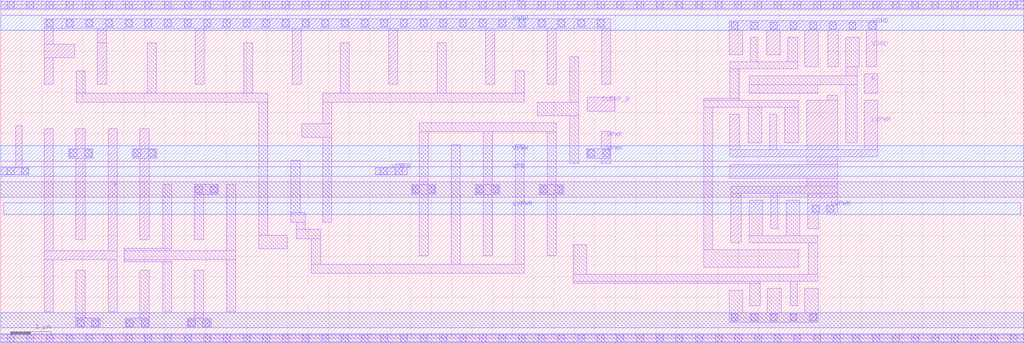
<source format=lef>
# Copyright 2020 The SkyWater PDK Authors
#
# Licensed under the Apache License, Version 2.0 (the "License");
# you may not use this file except in compliance with the License.
# You may obtain a copy of the License at
#
#     https://www.apache.org/licenses/LICENSE-2.0
#
# Unless required by applicable law or agreed to in writing, software
# distributed under the License is distributed on an "AS IS" BASIS,
# WITHOUT WARRANTIES OR CONDITIONS OF ANY KIND, either express or implied.
# See the License for the specific language governing permissions and
# limitations under the License.
#
# SPDX-License-Identifier: Apache-2.0

VERSION 5.7 ;
  NAMESCASESENSITIVE ON ;
  NOWIREEXTENSIONATPIN ON ;
  DIVIDERCHAR "/" ;
  BUSBITCHARS "[]" ;
UNITS
  DATABASE MICRONS 200 ;
END UNITS
MACRO sky130_fd_sc_hvl__lsbuflv2hv_clkiso_hlkg_3
  CLASS CORE ;
  SOURCE USER ;
  FOREIGN sky130_fd_sc_hvl__lsbuflv2hv_clkiso_hlkg_3 ;
  ORIGIN  0.000000  0.000000 ;
  SIZE  24.96000 BY  8.140000 ;
  SYMMETRY X Y R90 ;
  SITE unithv ;
  PIN A
    ANTENNAGATEAREA  0.558000 ;
    DIRECTION INPUT ;
    USE SIGNAL ;
    PORT
      LAYER li1 ;
        RECT 21.070000 5.975000 21.400000 6.455000 ;
    END
  END A
  PIN SLEEP_B
    ANTENNAGATEAREA  0.750000 ;
    DIRECTION INPUT ;
    USE SIGNAL ;
    PORT
      LAYER li1 ;
        RECT 14.315000 5.545000 14.985000 5.875000 ;
    END
  END SLEEP_B
  PIN X
    ANTENNADIFFAREA  2.180000 ;
    DIRECTION OUTPUT ;
    USE SIGNAL ;
    PORT
      LAYER li1 ;
        RECT 1.060000 0.645000 1.280000 1.920000 ;
        RECT 1.060000 1.920000 2.840000 2.140000 ;
        RECT 1.060000 2.140000 1.280000 5.115000 ;
        RECT 2.620000 0.645000 2.840000 1.920000 ;
        RECT 2.620000 2.140000 2.840000 5.115000 ;
    END
  END X
  PIN LVPWR
    DIRECTION INOUT ;
    USE POWER ;
    PORT
      LAYER li1 ;
        RECT 17.785000 4.435000 21.400000 4.605000 ;
        RECT 17.785000 4.605000 18.035000 5.465000 ;
        RECT 17.795000 3.905000 20.420000 4.235000 ;
        RECT 17.815000 2.335000 18.065000 3.535000 ;
        RECT 17.815000 3.535000 20.420000 3.705000 ;
        RECT 18.765000 4.605000 18.935000 5.465000 ;
        RECT 18.795000 2.675000 18.965000 3.535000 ;
        RECT 19.665000 3.705000 20.420000 3.905000 ;
        RECT 19.665000 4.235000 20.420000 4.435000 ;
        RECT 19.665000 4.605000 20.420000 5.805000 ;
        RECT 19.695000 2.675000 19.945000 3.020000 ;
        RECT 19.695000 3.020000 20.420000 3.535000 ;
        RECT 20.170000 5.805000 20.420000 5.935000 ;
        RECT 21.070000 4.605000 21.400000 5.805000 ;
      LAYER mcon ;
        RECT 19.800000 3.070000 19.970000 3.240000 ;
        RECT 20.160000 3.070000 20.330000 3.240000 ;
      LAYER met1 ;
        RECT 0.070000 3.020000 24.890000 3.305000 ;
    END
  END LVPWR
  PIN VGND
    DIRECTION INOUT ;
    USE GROUND ;
    PORT
      LAYER li1 ;
        RECT  1.060000 6.195000  1.280000 6.850000 ;
        RECT  1.060000 6.850000  1.810000 7.180000 ;
        RECT  1.060000 7.180000  1.280000 7.570000 ;
        RECT  1.060000 7.570000 14.885000 7.800000 ;
        RECT  2.360000 6.195000  2.585000 7.205000 ;
        RECT  2.360000 7.205000  2.580000 7.570000 ;
        RECT  4.750000 6.195000  4.970000 7.570000 ;
        RECT  7.110000 6.195000  7.330000 7.570000 ;
        RECT  9.470000 6.195000  9.690000 7.570000 ;
        RECT 11.830000 6.195000 12.050000 7.570000 ;
        RECT 13.335000 6.195000 13.555000 7.570000 ;
        RECT 14.665000 6.195000 14.885000 7.570000 ;
        RECT 17.780000 6.915000 18.110000 7.515000 ;
        RECT 17.780000 7.515000 21.375000 7.745000 ;
        RECT 18.690000 6.915000 19.020000 7.515000 ;
        RECT 19.620000 6.625000 19.950000 7.515000 ;
        RECT 20.185000 6.625000 20.435000 7.515000 ;
        RECT 21.125000 6.625000 21.375000 7.515000 ;
      LAYER mcon ;
        RECT  1.115000 7.600000  1.285000 7.770000 ;
        RECT  1.595000 7.600000  1.765000 7.770000 ;
        RECT  2.075000 7.600000  2.245000 7.770000 ;
        RECT  2.555000 7.600000  2.725000 7.770000 ;
        RECT  3.035000 7.600000  3.205000 7.770000 ;
        RECT  3.515000 7.600000  3.685000 7.770000 ;
        RECT  3.995000 7.600000  4.165000 7.770000 ;
        RECT  4.475000 7.600000  4.645000 7.770000 ;
        RECT  4.955000 7.600000  5.125000 7.770000 ;
        RECT  5.435000 7.600000  5.605000 7.770000 ;
        RECT  5.915000 7.600000  6.085000 7.770000 ;
        RECT  6.395000 7.600000  6.565000 7.770000 ;
        RECT  6.875000 7.600000  7.045000 7.770000 ;
        RECT  7.355000 7.600000  7.525000 7.770000 ;
        RECT  7.835000 7.600000  8.005000 7.770000 ;
        RECT  8.315000 7.600000  8.485000 7.770000 ;
        RECT  8.795000 7.600000  8.965000 7.770000 ;
        RECT  9.275000 7.600000  9.445000 7.770000 ;
        RECT  9.755000 7.600000  9.925000 7.770000 ;
        RECT 10.235000 7.600000 10.405000 7.770000 ;
        RECT 10.715000 7.600000 10.885000 7.770000 ;
        RECT 11.195000 7.600000 11.365000 7.770000 ;
        RECT 11.675000 7.600000 11.845000 7.770000 ;
        RECT 12.155000 7.600000 12.325000 7.770000 ;
        RECT 12.635000 7.600000 12.805000 7.770000 ;
        RECT 13.115000 7.600000 13.285000 7.770000 ;
        RECT 13.590000 7.600000 13.760000 7.770000 ;
        RECT 14.075000 7.600000 14.245000 7.770000 ;
        RECT 14.555000 7.600000 14.725000 7.770000 ;
        RECT 17.820000 7.545000 17.990000 7.715000 ;
        RECT 18.300000 7.545000 18.470000 7.715000 ;
        RECT 18.780000 7.545000 18.950000 7.715000 ;
        RECT 19.260000 7.545000 19.430000 7.715000 ;
        RECT 19.740000 7.545000 19.910000 7.715000 ;
        RECT 20.220000 7.545000 20.390000 7.715000 ;
        RECT 20.700000 7.545000 20.870000 7.715000 ;
        RECT 21.180000 7.545000 21.350000 7.715000 ;
      LAYER met1 ;
        RECT 0.000000 7.515000 24.960000 7.885000 ;
    END
  END VGND
  PIN VNB
    DIRECTION INOUT ;
    USE GROUND ;
    PORT
      LAYER li1 ;
        RECT 0.000000 8.055000 24.960000 8.225000 ;
      LAYER mcon ;
        RECT  0.155000 8.055000  0.325000 8.225000 ;
        RECT  0.635000 8.055000  0.805000 8.225000 ;
        RECT  1.115000 8.055000  1.285000 8.225000 ;
        RECT  1.595000 8.055000  1.765000 8.225000 ;
        RECT  2.075000 8.055000  2.245000 8.225000 ;
        RECT  2.555000 8.055000  2.725000 8.225000 ;
        RECT  3.035000 8.055000  3.205000 8.225000 ;
        RECT  3.515000 8.055000  3.685000 8.225000 ;
        RECT  3.995000 8.055000  4.165000 8.225000 ;
        RECT  4.475000 8.055000  4.645000 8.225000 ;
        RECT  4.955000 8.055000  5.125000 8.225000 ;
        RECT  5.435000 8.055000  5.605000 8.225000 ;
        RECT  5.915000 8.055000  6.085000 8.225000 ;
        RECT  6.395000 8.055000  6.565000 8.225000 ;
        RECT  6.875000 8.055000  7.045000 8.225000 ;
        RECT  7.355000 8.055000  7.525000 8.225000 ;
        RECT  7.835000 8.055000  8.005000 8.225000 ;
        RECT  8.315000 8.055000  8.485000 8.225000 ;
        RECT  8.795000 8.055000  8.965000 8.225000 ;
        RECT  9.275000 8.055000  9.445000 8.225000 ;
        RECT  9.755000 8.055000  9.925000 8.225000 ;
        RECT 10.235000 8.055000 10.405000 8.225000 ;
        RECT 10.715000 8.055000 10.885000 8.225000 ;
        RECT 11.195000 8.055000 11.365000 8.225000 ;
        RECT 11.675000 8.055000 11.845000 8.225000 ;
        RECT 12.155000 8.055000 12.325000 8.225000 ;
        RECT 12.635000 8.055000 12.805000 8.225000 ;
        RECT 13.115000 8.055000 13.285000 8.225000 ;
        RECT 13.595000 8.055000 13.765000 8.225000 ;
        RECT 14.075000 8.055000 14.245000 8.225000 ;
        RECT 14.555000 8.055000 14.725000 8.225000 ;
        RECT 15.035000 8.055000 15.205000 8.225000 ;
        RECT 15.515000 8.055000 15.685000 8.225000 ;
        RECT 15.995000 8.055000 16.165000 8.225000 ;
        RECT 16.475000 8.055000 16.645000 8.225000 ;
        RECT 16.955000 8.055000 17.125000 8.225000 ;
        RECT 17.435000 8.055000 17.605000 8.225000 ;
        RECT 17.915000 8.055000 18.085000 8.225000 ;
        RECT 18.395000 8.055000 18.565000 8.225000 ;
        RECT 18.875000 8.055000 19.045000 8.225000 ;
        RECT 19.355000 8.055000 19.525000 8.225000 ;
        RECT 19.835000 8.055000 20.005000 8.225000 ;
        RECT 20.315000 8.055000 20.485000 8.225000 ;
        RECT 20.795000 8.055000 20.965000 8.225000 ;
        RECT 21.275000 8.055000 21.445000 8.225000 ;
        RECT 21.755000 8.055000 21.925000 8.225000 ;
        RECT 22.235000 8.055000 22.405000 8.225000 ;
        RECT 22.715000 8.055000 22.885000 8.225000 ;
        RECT 23.195000 8.055000 23.365000 8.225000 ;
        RECT 23.675000 8.055000 23.845000 8.225000 ;
        RECT 24.155000 8.055000 24.325000 8.225000 ;
        RECT 24.635000 8.055000 24.805000 8.225000 ;
      LAYER met1 ;
        RECT 0.000000 8.025000 24.960000 8.255000 ;
    END
  END VNB
  PIN VPB
    DIRECTION INOUT ;
    USE POWER ;
    PORT
      LAYER li1 ;
        RECT 0.000000 3.985000 0.685000 4.155000 ;
        RECT 0.360000 4.155000 0.530000 5.180000 ;
        RECT 9.135000 3.985000 9.925000 4.155000 ;
      LAYER mcon ;
        RECT 0.155000 3.985000 0.325000 4.155000 ;
        RECT 0.515000 3.985000 0.685000 4.155000 ;
        RECT 9.265000 3.985000 9.435000 4.155000 ;
        RECT 9.625000 3.985000 9.795000 4.155000 ;
      LAYER met1 ;
        RECT 0.000000 3.955000 24.960000 4.185000 ;
    END
  END VPB
  PIN VPWR
    DIRECTION INOUT ;
    USE POWER ;
    PORT
      LAYER li1 ;
        RECT  1.655000 4.395000  2.245000 4.625000 ;
        RECT  1.835000 2.405000  2.065000 4.395000 ;
        RECT  1.835000 4.625000  2.065000 5.115000 ;
        RECT  3.215000 4.395000  3.805000 4.625000 ;
        RECT  3.395000 2.405000  3.625000 4.395000 ;
        RECT  3.395000 4.625000  3.625000 5.115000 ;
        RECT 14.295000 4.395000 14.885000 4.625000 ;
        RECT 14.655000 4.265000 14.885000 4.395000 ;
        RECT 14.655000 4.625000 14.885000 5.055000 ;
      LAYER mcon ;
        RECT  1.685000 4.425000  1.855000 4.595000 ;
        RECT  2.045000 4.425000  2.215000 4.595000 ;
        RECT  3.245000 4.425000  3.415000 4.595000 ;
        RECT  3.605000 4.425000  3.775000 4.595000 ;
        RECT 14.325000 4.425000 14.495000 4.595000 ;
        RECT 14.685000 4.425000 14.855000 4.595000 ;
      LAYER met1 ;
        RECT 0.000000 4.325000 24.960000 4.695000 ;
    END
  END VPWR
  OBS
    LAYER li1 ;
      RECT  0.000000 -0.085000 24.960000 0.085000 ;
      RECT  1.835000  0.255000  2.425000 0.485000 ;
      RECT  1.835000  0.485000  2.065000 1.655000 ;
      RECT  1.840000  5.755000  6.520000 5.975000 ;
      RECT  1.840000  5.975000  2.060000 6.525000 ;
      RECT  3.010000  1.865000  4.170000 1.920000 ;
      RECT  3.010000  1.920000  5.730000 2.140000 ;
      RECT  3.010000  2.140000  4.170000 2.195000 ;
      RECT  3.035000  0.255000  3.625000 0.485000 ;
      RECT  3.395000  0.485000  3.625000 1.655000 ;
      RECT  3.570000  5.975000  3.790000 7.205000 ;
      RECT  3.950000  0.645000  4.170000 1.865000 ;
      RECT  3.950000  2.195000  4.170000 3.755000 ;
      RECT  4.545000  0.255000  5.135000 0.485000 ;
      RECT  4.725000  0.485000  4.955000 1.655000 ;
      RECT  4.725000  2.405000  4.955000 3.515000 ;
      RECT  4.725000  3.515000  5.310000 3.755000 ;
      RECT  5.510000  0.645000  5.730000 1.920000 ;
      RECT  5.510000  2.140000  5.730000 3.755000 ;
      RECT  5.930000  5.975000  6.150000 7.205000 ;
      RECT  6.300000  2.185000  6.995000 2.515000 ;
      RECT  6.300000  2.515000  6.520000 5.755000 ;
      RECT  7.075000  2.835000  7.435000 3.065000 ;
      RECT  7.075000  3.065000  7.305000 4.345000 ;
      RECT  7.205000  2.425000  7.805000 2.655000 ;
      RECT  7.205000  2.655000  7.435000 2.835000 ;
      RECT  7.345000  4.905000  8.080000 5.235000 ;
      RECT  7.575000  1.585000 12.770000 1.805000 ;
      RECT  7.575000  1.805000  7.805000 2.425000 ;
      RECT  7.860000  2.835000  8.080000 4.905000 ;
      RECT  7.860000  5.235000  8.080000 5.755000 ;
      RECT  7.860000  5.755000 12.775000 5.975000 ;
      RECT  8.290000  5.975000  8.510000 7.205000 ;
      RECT 10.025000  3.515000 10.615000 3.745000 ;
      RECT 10.210000  2.015000 10.430000 3.515000 ;
      RECT 10.210000  3.745000 10.430000 5.035000 ;
      RECT 10.210000  5.035000 13.550000 5.255000 ;
      RECT 10.650000  5.975000 10.870000 7.205000 ;
      RECT 10.990000  1.805000 11.210000 4.725000 ;
      RECT 11.585000  3.515000 12.175000 3.745000 ;
      RECT 11.770000  2.015000 11.990000 3.515000 ;
      RECT 11.770000  3.745000 11.990000 5.035000 ;
      RECT 12.550000  1.805000 12.770000 4.725000 ;
      RECT 12.555000  5.975000 12.775000 6.525000 ;
      RECT 13.090000  5.425000 14.105000 5.755000 ;
      RECT 13.145000  3.515000 13.735000 3.745000 ;
      RECT 13.330000  2.015000 13.550000 3.515000 ;
      RECT 13.330000  3.745000 13.550000 5.035000 ;
      RECT 13.885000  4.265000 14.105000 5.425000 ;
      RECT 13.885000  5.755000 14.105000 6.865000 ;
      RECT 13.965000  1.345000 18.530000 1.395000 ;
      RECT 13.965000  1.395000 19.940000 1.565000 ;
      RECT 13.965000  1.565000 14.295000 2.285000 ;
      RECT 17.160000  1.735000 19.465000 2.165000 ;
      RECT 17.160000  2.165000 17.380000 5.635000 ;
      RECT 17.160000  5.635000 19.465000 5.805000 ;
      RECT 17.160000  5.805000 18.020000 5.855000 ;
      RECT 17.780000  0.395000 19.950000 0.625000 ;
      RECT 17.780000  0.625000 18.110000 1.175000 ;
      RECT 17.790000  5.855000 18.020000 6.575000 ;
      RECT 17.790000  6.575000 19.450000 6.745000 ;
      RECT 18.235000  4.775000 18.565000 5.635000 ;
      RECT 18.265000  2.335000 19.940000 2.505000 ;
      RECT 18.265000  2.505000 18.595000 3.365000 ;
      RECT 18.265000  5.975000 19.940000 6.185000 ;
      RECT 18.265000  6.185000 20.900000 6.405000 ;
      RECT 18.280000  0.795000 18.530000 1.345000 ;
      RECT 18.290000  6.745000 18.460000 7.345000 ;
      RECT 18.710000  0.625000 19.040000 1.225000 ;
      RECT 19.135000  4.775000 19.465000 5.635000 ;
      RECT 19.165000  2.505000 19.495000 3.365000 ;
      RECT 19.200000  6.745000 19.450000 7.345000 ;
      RECT 19.270000  0.795000 19.440000 1.395000 ;
      RECT 19.620000  0.625000 19.950000 1.225000 ;
      RECT 19.710000  1.565000 19.940000 2.335000 ;
      RECT 20.615000  4.775000 20.900000 6.185000 ;
      RECT 20.615000  6.405000 20.900000 6.625000 ;
      RECT 20.615000  6.625000 20.945000 7.345000 ;
    LAYER mcon ;
      RECT  0.155000 -0.085000  0.325000 0.085000 ;
      RECT  0.635000 -0.085000  0.805000 0.085000 ;
      RECT  1.115000 -0.085000  1.285000 0.085000 ;
      RECT  1.595000 -0.085000  1.765000 0.085000 ;
      RECT  1.865000  0.285000  2.035000 0.455000 ;
      RECT  2.075000 -0.085000  2.245000 0.085000 ;
      RECT  2.225000  0.285000  2.395000 0.455000 ;
      RECT  2.555000 -0.085000  2.725000 0.085000 ;
      RECT  3.035000 -0.085000  3.205000 0.085000 ;
      RECT  3.065000  0.285000  3.235000 0.455000 ;
      RECT  3.425000  0.285000  3.595000 0.455000 ;
      RECT  3.515000 -0.085000  3.685000 0.085000 ;
      RECT  3.995000 -0.085000  4.165000 0.085000 ;
      RECT  4.475000 -0.085000  4.645000 0.085000 ;
      RECT  4.575000  0.285000  4.745000 0.455000 ;
      RECT  4.750000  3.545000  4.920000 3.715000 ;
      RECT  4.935000  0.285000  5.105000 0.455000 ;
      RECT  4.955000 -0.085000  5.125000 0.085000 ;
      RECT  5.110000  3.545000  5.280000 3.715000 ;
      RECT  5.435000 -0.085000  5.605000 0.085000 ;
      RECT  5.915000 -0.085000  6.085000 0.085000 ;
      RECT  6.395000 -0.085000  6.565000 0.085000 ;
      RECT  6.875000 -0.085000  7.045000 0.085000 ;
      RECT  7.355000 -0.085000  7.525000 0.085000 ;
      RECT  7.835000 -0.085000  8.005000 0.085000 ;
      RECT  8.315000 -0.085000  8.485000 0.085000 ;
      RECT  8.795000 -0.085000  8.965000 0.085000 ;
      RECT  9.275000 -0.085000  9.445000 0.085000 ;
      RECT  9.755000 -0.085000  9.925000 0.085000 ;
      RECT 10.055000  3.545000 10.225000 3.715000 ;
      RECT 10.235000 -0.085000 10.405000 0.085000 ;
      RECT 10.415000  3.545000 10.585000 3.715000 ;
      RECT 10.715000 -0.085000 10.885000 0.085000 ;
      RECT 11.195000 -0.085000 11.365000 0.085000 ;
      RECT 11.615000  3.545000 11.785000 3.715000 ;
      RECT 11.675000 -0.085000 11.845000 0.085000 ;
      RECT 11.975000  3.545000 12.145000 3.715000 ;
      RECT 12.155000 -0.085000 12.325000 0.085000 ;
      RECT 12.635000 -0.085000 12.805000 0.085000 ;
      RECT 13.115000 -0.085000 13.285000 0.085000 ;
      RECT 13.175000  3.545000 13.345000 3.715000 ;
      RECT 13.535000  3.545000 13.705000 3.715000 ;
      RECT 13.595000 -0.085000 13.765000 0.085000 ;
      RECT 14.075000 -0.085000 14.245000 0.085000 ;
      RECT 14.555000 -0.085000 14.725000 0.085000 ;
      RECT 15.035000 -0.085000 15.205000 0.085000 ;
      RECT 15.515000 -0.085000 15.685000 0.085000 ;
      RECT 15.995000 -0.085000 16.165000 0.085000 ;
      RECT 16.475000 -0.085000 16.645000 0.085000 ;
      RECT 16.955000 -0.085000 17.125000 0.085000 ;
      RECT 17.435000 -0.085000 17.605000 0.085000 ;
      RECT 17.820000  0.425000 17.990000 0.595000 ;
      RECT 17.915000 -0.085000 18.085000 0.085000 ;
      RECT 18.300000  0.425000 18.470000 0.595000 ;
      RECT 18.395000 -0.085000 18.565000 0.085000 ;
      RECT 18.780000  0.425000 18.950000 0.595000 ;
      RECT 18.875000 -0.085000 19.045000 0.085000 ;
      RECT 19.260000  0.425000 19.430000 0.595000 ;
      RECT 19.355000 -0.085000 19.525000 0.085000 ;
      RECT 19.740000  0.425000 19.910000 0.595000 ;
      RECT 19.835000 -0.085000 20.005000 0.085000 ;
      RECT 20.315000 -0.085000 20.485000 0.085000 ;
      RECT 20.795000 -0.085000 20.965000 0.085000 ;
      RECT 21.275000 -0.085000 21.445000 0.085000 ;
      RECT 21.755000 -0.085000 21.925000 0.085000 ;
      RECT 22.235000 -0.085000 22.405000 0.085000 ;
      RECT 22.715000 -0.085000 22.885000 0.085000 ;
      RECT 23.195000 -0.085000 23.365000 0.085000 ;
      RECT 23.675000 -0.085000 23.845000 0.085000 ;
      RECT 24.155000 -0.085000 24.325000 0.085000 ;
      RECT 24.635000 -0.085000 24.805000 0.085000 ;
    LAYER met1 ;
      RECT 0.000000 -0.115000 24.960000 0.115000 ;
      RECT 0.000000  0.255000 24.960000 0.625000 ;
      RECT 0.000000  3.445000 24.960000 3.815000 ;
  END
END sky130_fd_sc_hvl__lsbuflv2hv_clkiso_hlkg_3

</source>
